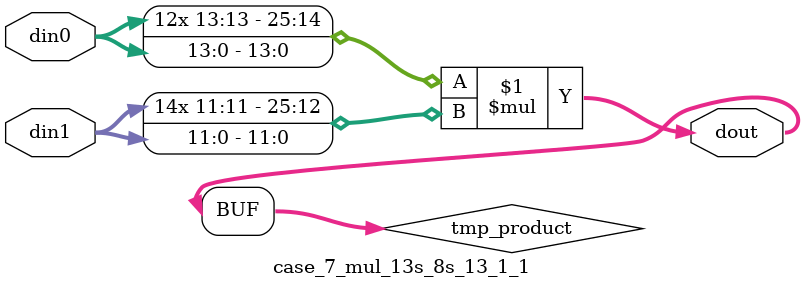
<source format=v>

`timescale 1 ns / 1 ps

 module case_7_mul_13s_8s_13_1_1(din0, din1, dout);
parameter ID = 1;
parameter NUM_STAGE = 0;
parameter din0_WIDTH = 14;
parameter din1_WIDTH = 12;
parameter dout_WIDTH = 26;

input [din0_WIDTH - 1 : 0] din0; 
input [din1_WIDTH - 1 : 0] din1; 
output [dout_WIDTH - 1 : 0] dout;

wire signed [dout_WIDTH - 1 : 0] tmp_product;



























assign tmp_product = $signed(din0) * $signed(din1);








assign dout = tmp_product;





















endmodule

</source>
